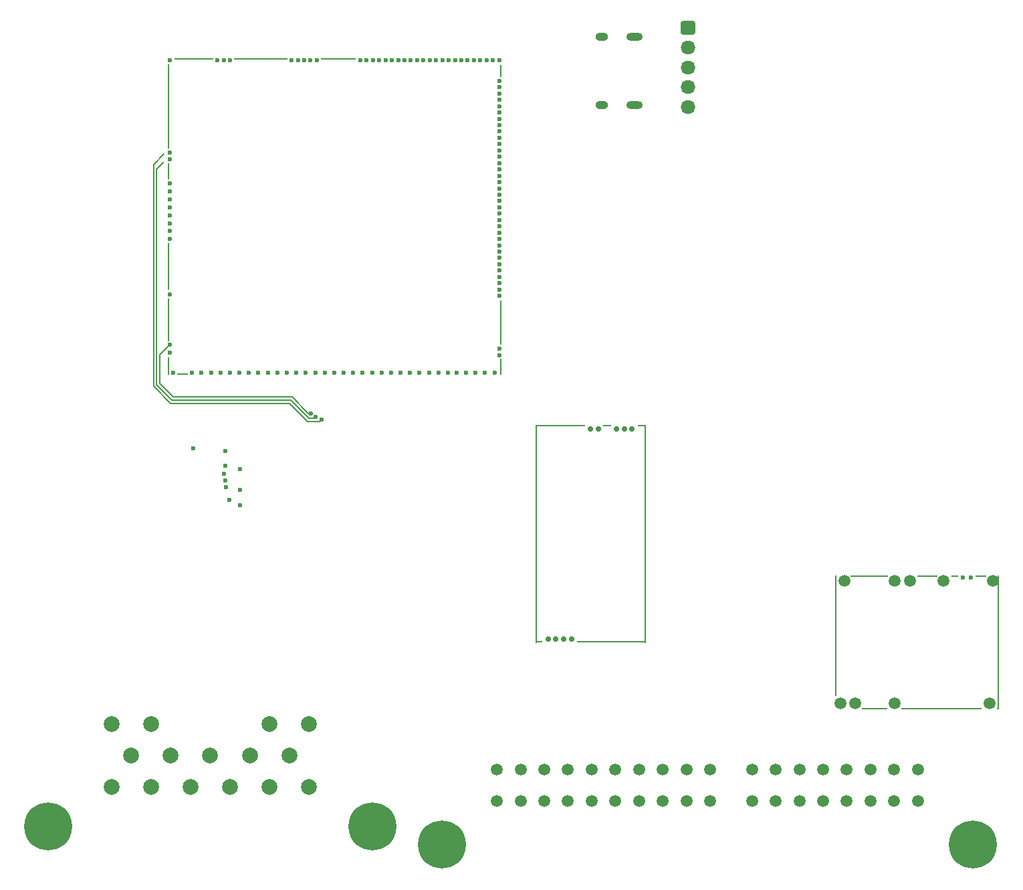
<source format=gbl>
G04 #@! TF.GenerationSoftware,KiCad,Pcbnew,8.0.7-8.0.7-0~ubuntu24.04.1*
G04 #@! TF.CreationDate,2024-12-19T04:57:45+00:00*
G04 #@! TF.ProjectId,z31hellen,7a333168-656c-46c6-956e-2e6b69636164,rev?*
G04 #@! TF.SameCoordinates,Original*
G04 #@! TF.FileFunction,Copper,L4,Bot*
G04 #@! TF.FilePolarity,Positive*
%FSLAX46Y46*%
G04 Gerber Fmt 4.6, Leading zero omitted, Abs format (unit mm)*
G04 Created by KiCad (PCBNEW 8.0.7-8.0.7-0~ubuntu24.04.1) date 2024-12-19 04:57:45*
%MOMM*%
%LPD*%
G01*
G04 APERTURE LIST*
G04 #@! TA.AperFunction,ComponentPad*
%ADD10O,1.850000X1.700000*%
G04 #@! TD*
G04 #@! TA.AperFunction,ComponentPad*
%ADD11C,0.600000*%
G04 #@! TD*
G04 #@! TA.AperFunction,SMDPad,CuDef*
%ADD12R,0.200000X2.300000*%
G04 #@! TD*
G04 #@! TA.AperFunction,SMDPad,CuDef*
%ADD13R,0.200000X10.700000*%
G04 #@! TD*
G04 #@! TA.AperFunction,SMDPad,CuDef*
%ADD14R,0.200000X2.100000*%
G04 #@! TD*
G04 #@! TA.AperFunction,SMDPad,CuDef*
%ADD15R,0.200000X6.000000*%
G04 #@! TD*
G04 #@! TA.AperFunction,SMDPad,CuDef*
%ADD16R,0.200000X5.400000*%
G04 #@! TD*
G04 #@! TA.AperFunction,SMDPad,CuDef*
%ADD17R,1.400000X0.200000*%
G04 #@! TD*
G04 #@! TA.AperFunction,SMDPad,CuDef*
%ADD18R,5.000000X0.200000*%
G04 #@! TD*
G04 #@! TA.AperFunction,SMDPad,CuDef*
%ADD19R,6.800000X0.200000*%
G04 #@! TD*
G04 #@! TA.AperFunction,SMDPad,CuDef*
%ADD20R,4.500000X0.200000*%
G04 #@! TD*
G04 #@! TA.AperFunction,SMDPad,CuDef*
%ADD21R,0.200000X1.600000*%
G04 #@! TD*
G04 #@! TA.AperFunction,SMDPad,CuDef*
%ADD22R,0.200000X5.700000*%
G04 #@! TD*
G04 #@! TA.AperFunction,SMDPad,CuDef*
%ADD23R,0.200000X2.000000*%
G04 #@! TD*
G04 #@! TA.AperFunction,ComponentPad*
%ADD24C,0.700000*%
G04 #@! TD*
G04 #@! TA.AperFunction,SMDPad,CuDef*
%ADD25R,1.100000X0.250000*%
G04 #@! TD*
G04 #@! TA.AperFunction,SMDPad,CuDef*
%ADD26R,0.980000X0.250000*%
G04 #@! TD*
G04 #@! TA.AperFunction,SMDPad,CuDef*
%ADD27R,6.300000X0.250000*%
G04 #@! TD*
G04 #@! TA.AperFunction,SMDPad,CuDef*
%ADD28R,0.250000X27.600000*%
G04 #@! TD*
G04 #@! TA.AperFunction,SMDPad,CuDef*
%ADD29R,8.750000X0.250000*%
G04 #@! TD*
G04 #@! TA.AperFunction,SMDPad,CuDef*
%ADD30R,0.950000X0.250000*%
G04 #@! TD*
G04 #@! TA.AperFunction,ComponentPad*
%ADD31O,2.100000X1.000000*%
G04 #@! TD*
G04 #@! TA.AperFunction,ComponentPad*
%ADD32O,1.600000X1.000000*%
G04 #@! TD*
G04 #@! TA.AperFunction,ComponentPad*
%ADD33C,0.599999*%
G04 #@! TD*
G04 #@! TA.AperFunction,ComponentPad*
%ADD34C,1.500000*%
G04 #@! TD*
G04 #@! TA.AperFunction,SMDPad,CuDef*
%ADD35O,3.300000X0.200000*%
G04 #@! TD*
G04 #@! TA.AperFunction,SMDPad,CuDef*
%ADD36O,10.200000X0.200000*%
G04 #@! TD*
G04 #@! TA.AperFunction,SMDPad,CuDef*
%ADD37O,0.300000X0.200000*%
G04 #@! TD*
G04 #@! TA.AperFunction,SMDPad,CuDef*
%ADD38O,0.200000X17.000000*%
G04 #@! TD*
G04 #@! TA.AperFunction,SMDPad,CuDef*
%ADD39O,0.200000X15.400000*%
G04 #@! TD*
G04 #@! TA.AperFunction,SMDPad,CuDef*
%ADD40O,4.800000X0.200000*%
G04 #@! TD*
G04 #@! TA.AperFunction,SMDPad,CuDef*
%ADD41O,2.600000X0.200000*%
G04 #@! TD*
G04 #@! TA.AperFunction,SMDPad,CuDef*
%ADD42O,1.000000X0.200000*%
G04 #@! TD*
G04 #@! TA.AperFunction,SMDPad,CuDef*
%ADD43O,1.500000X0.200000*%
G04 #@! TD*
G04 #@! TA.AperFunction,ComponentPad*
%ADD44C,2.000000*%
G04 #@! TD*
G04 #@! TA.AperFunction,ComponentPad*
%ADD45C,6.075000*%
G04 #@! TD*
G04 #@! TA.AperFunction,ViaPad*
%ADD46C,0.600000*%
G04 #@! TD*
G04 #@! TA.AperFunction,Conductor*
%ADD47C,0.200000*%
G04 #@! TD*
G04 APERTURE END LIST*
G04 #@! TO.P,J2,1,Pin_1*
G04 #@! TO.N,/MEGA_MCU/VBUS*
G04 #@! TA.AperFunction,ComponentPad*
G36*
G01*
X116175000Y112350000D02*
X117525000Y112350000D01*
G75*
G02*
X117775000Y112100000I0J-250000D01*
G01*
X117775000Y110900000D01*
G75*
G02*
X117525000Y110650000I-250000J0D01*
G01*
X116175000Y110650000D01*
G75*
G02*
X115925000Y110900000I0J250000D01*
G01*
X115925000Y112100000D01*
G75*
G02*
X116175000Y112350000I250000J0D01*
G01*
G37*
G04 #@! TD.AperFunction*
D10*
G04 #@! TO.P,J2,2,Pin_2*
G04 #@! TO.N,/MEGA_MCU/USB-*
X116850000Y109000000D03*
G04 #@! TO.P,J2,3,Pin_3*
G04 #@! TO.N,/MEGA_MCU/USB+*
X116850000Y106500000D03*
G04 #@! TO.P,J2,4,Pin_4*
G04 #@! TO.N,GND*
X116850000Y104000000D03*
G04 #@! TO.P,J2,5,Pin_5*
X116850000Y101500000D03*
G04 #@! TD*
D11*
G04 #@! TO.P,M1,E1,SPI2_SCK/CAN2_TX*
G04 #@! TO.N,unconnected-(M1-SPI2_SCK{slash}CAN2_TX-PadE1)*
X92975001Y104774995D03*
G04 #@! TO.P,M1,E2,SPI2_MISO*
G04 #@! TO.N,unconnected-(M1-SPI2_MISO-PadE2)*
X92975001Y103974994D03*
G04 #@! TO.P,M1,E3,SPI2_MOSI*
G04 #@! TO.N,unconnected-(M1-SPI2_MOSI-PadE3)*
X92975001Y103174996D03*
G04 #@! TO.P,M1,E4,SPI2_CS/CAN2_RX*
G04 #@! TO.N,unconnected-(M1-SPI2_CS{slash}CAN2_RX-PadE4)*
X92975001Y102374995D03*
G04 #@! TO.P,M1,E6,OUT_IO3*
G04 #@! TO.N,Net-(M1-OUT_IO3)*
X92975001Y101574994D03*
G04 #@! TO.P,M1,E7,OUT_IO5*
G04 #@! TO.N,unconnected-(M1-OUT_IO5-PadE7)*
X92974998Y100774996D03*
G04 #@! TO.P,M1,E8,OUT_IO1*
G04 #@! TO.N,/LOWSIDE WEAK/FP_MCU*
X92974998Y99974995D03*
G04 #@! TO.P,M1,E9,OUT_IO6*
G04 #@! TO.N,unconnected-(M1-OUT_IO6-PadE9)*
X92975001Y99174991D03*
G04 #@! TO.P,M1,E10,OUT_IO10*
G04 #@! TO.N,unconnected-(M1-OUT_IO10-PadE10)*
X92975001Y98374995D03*
G04 #@! TO.P,M1,E11,OUT_IO9*
G04 #@! TO.N,unconnected-(M1-OUT_IO9-PadE11)*
X92975001Y97574995D03*
G04 #@! TO.P,M1,E12,OUT_IO2*
G04 #@! TO.N,/LOWSIDE WEAK/MR_MCU(HOT)*
X92975001Y96774994D03*
G04 #@! TO.P,M1,E13,OUT_IO12*
G04 #@! TO.N,unconnected-(M1-OUT_IO12-PadE13)*
X92974998Y95974995D03*
G04 #@! TO.P,M1,E14,OUT_PWM5*
G04 #@! TO.N,unconnected-(M1-OUT_PWM5-PadE14)*
X92974998Y95174994D03*
G04 #@! TO.P,M1,E15,OUT_PWM4*
G04 #@! TO.N,unconnected-(M1-OUT_PWM4-PadE15)*
X92974998Y94374993D03*
G04 #@! TO.P,M1,E16,OUT_PWM3*
G04 #@! TO.N,unconnected-(M1-OUT_PWM3-PadE16)*
X92975001Y93574995D03*
G04 #@! TO.P,M1,E17,OUT_PWM2*
G04 #@! TO.N,unconnected-(M1-OUT_PWM2-PadE17)*
X92975001Y92774994D03*
G04 #@! TO.P,M1,E18,OUT_INJ2*
G04 #@! TO.N,/MEGA_MCU/INJ_MCU_2*
X92975001Y91974996D03*
G04 #@! TO.P,M1,E19,OUT_INJ1*
G04 #@! TO.N,/MEGA_MCU/INJ_MCU_1*
X92974998Y91174995D03*
G04 #@! TO.P,M1,E20,OUT_IO13*
G04 #@! TO.N,unconnected-(M1-OUT_IO13-PadE20)*
X92974998Y90374994D03*
G04 #@! TO.P,M1,E21,OUT_IO4*
G04 #@! TO.N,unconnected-(M1-OUT_IO4-PadE21)*
X92975001Y89574995D03*
G04 #@! TO.P,M1,E22,OUT_IO8*
G04 #@! TO.N,unconnected-(M1-OUT_IO8-PadE22)*
X92975001Y88774994D03*
G04 #@! TO.P,M1,E23,OUT_IO7*
G04 #@! TO.N,unconnected-(M1-OUT_IO7-PadE23)*
X92975001Y87974993D03*
G04 #@! TO.P,M1,E24,OUT_IO11*
G04 #@! TO.N,unconnected-(M1-OUT_IO11-PadE24)*
X92975001Y87174995D03*
G04 #@! TO.P,M1,E25,OUT_PWM7*
G04 #@! TO.N,unconnected-(M1-OUT_PWM7-PadE25)*
X92975001Y86374994D03*
G04 #@! TO.P,M1,E26,OUT_PWM6*
G04 #@! TO.N,unconnected-(M1-OUT_PWM6-PadE26)*
X92975001Y85574996D03*
G04 #@! TO.P,M1,E27,OUT_PWM1*
G04 #@! TO.N,unconnected-(M1-OUT_PWM1-PadE27)*
X92975001Y84774995D03*
G04 #@! TO.P,M1,E28,OUT_PWM8*
G04 #@! TO.N,unconnected-(M1-OUT_PWM8-PadE28)*
X92975001Y83974994D03*
G04 #@! TO.P,M1,E29,OUT_INJ3*
G04 #@! TO.N,/MEGA_MCU/INJ_MCU_3*
X92975001Y83174995D03*
G04 #@! TO.P,M1,E30,OUT_INJ4*
G04 #@! TO.N,/MEGA_MCU/INJ_MCU_4*
X92975001Y82374994D03*
G04 #@! TO.P,M1,E31,OUT_INJ5*
G04 #@! TO.N,/MEGA_MCU/INJ_MCU_5*
X92974998Y81574996D03*
G04 #@! TO.P,M1,E32,OUT_INJ6*
G04 #@! TO.N,/MEGA_MCU/INJ_MCU_6*
X92975001Y80774993D03*
G04 #@! TO.P,M1,E33,OUT_INJ7*
G04 #@! TO.N,unconnected-(M1-OUT_INJ7-PadE33)*
X92975001Y79974994D03*
G04 #@! TO.P,M1,E34,OUT_INJ8*
G04 #@! TO.N,unconnected-(M1-OUT_INJ8-PadE34)*
X92975001Y79174996D03*
G04 #@! TO.P,M1,E35,IO6*
G04 #@! TO.N,unconnected-(M1-IO6-PadE35)*
X92975001Y78374995D03*
G04 #@! TO.P,M1,E36,IO7*
G04 #@! TO.N,unconnected-(M1-IO7-PadE36)*
X92975001Y77574994D03*
G04 #@! TO.P,M1,E38,V5A_SWITCHABLE*
G04 #@! TO.N,unconnected-(M1-V5A_SWITCHABLE-PadE38)*
X92974998Y70875000D03*
G04 #@! TO.P,M1,E39,GNDA*
G04 #@! TO.N,GNDA*
X92975001Y70074999D03*
D12*
G04 #@! TO.P,M1,G,GND*
G04 #@! TO.N,GND*
X51074996Y68724999D03*
D13*
X51074998Y101524997D03*
D14*
X51074998Y93324998D03*
D15*
X51074998Y81274999D03*
D16*
X51074998Y74575002D03*
D17*
X52875005Y67674996D03*
D18*
X54275000Y107574997D03*
D19*
X62775003Y107574997D03*
D20*
X72625006Y107574997D03*
D21*
X93175001Y106074998D03*
D22*
X93175001Y74224995D03*
D23*
X93175001Y68575002D03*
D11*
G04 #@! TO.P,M1,N1,USBID*
G04 #@! TO.N,unconnected-(M1-USBID-PadN1)*
X92975001Y107374998D03*
G04 #@! TO.P,M1,N2,USBM*
G04 #@! TO.N,/MEGA_MCU/USB-*
X92175003Y107375000D03*
G04 #@! TO.P,M1,N3,USBP*
G04 #@! TO.N,/MEGA_MCU/USB+*
X91375002Y107375000D03*
G04 #@! TO.P,M1,N4,VBUS*
G04 #@! TO.N,/MEGA_MCU/VBUS*
X90575003Y107374998D03*
G04 #@! TO.P,M1,N5,BOOT0*
G04 #@! TO.N,unconnected-(M1-BOOT0-PadN5)*
X89775002Y107374998D03*
G04 #@! TO.P,M1,N6,SWO*
G04 #@! TO.N,/MEGA_MCU/SWO*
X88975001Y107374998D03*
G04 #@! TO.P,M1,N7,SWDIO*
G04 #@! TO.N,/MEGA_MCU/SWDIO*
X88175003Y107374998D03*
G04 #@! TO.P,M1,N8,SWCLK*
G04 #@! TO.N,/MEGA_MCU/SWCLK*
X87375002Y107375000D03*
G04 #@! TO.P,M1,N9,nReset*
G04 #@! TO.N,/MEGA_MCU/NRESET*
X86575004Y107374998D03*
G04 #@! TO.P,M1,N10,SPI3_CS*
G04 #@! TO.N,Net-(M1-SPI3_CS)*
X85775003Y107374998D03*
G04 #@! TO.P,M1,N11,SPI3_SCK*
G04 #@! TO.N,Net-(M1-SPI3_SCK)*
X84975002Y107374998D03*
G04 #@! TO.P,M1,N12,SPI3_MISO*
G04 #@! TO.N,Net-(M1-SPI3_MISO)*
X84175001Y107374998D03*
G04 #@! TO.P,M1,N13,SPI3_MOSI*
G04 #@! TO.N,Net-(M1-SPI3_MOSI)*
X83375002Y107374998D03*
G04 #@! TO.P,M1,N14,I2C_SCL*
G04 #@! TO.N,Net-(M1-I2C_SCL)*
X82575001Y107374998D03*
G04 #@! TO.P,M1,N15,I2C_SDA*
G04 #@! TO.N,Net-(M1-I2C_SDA)*
X81775000Y107375000D03*
G04 #@! TO.P,M1,N16,IO1*
G04 #@! TO.N,unconnected-(M1-IO1-PadN16)*
X80975000Y107375000D03*
G04 #@! TO.P,M1,N17,UART2_TX*
G04 #@! TO.N,/MEGA_MCU/UART_TX*
X80175001Y107374998D03*
G04 #@! TO.P,M1,N18,UART2_RX*
G04 #@! TO.N,/MEGA_MCU/UART_RX*
X79375000Y107374998D03*
G04 #@! TO.P,M1,N19,IO2*
G04 #@! TO.N,unconnected-(M1-IO2-PadN19)*
X78575002Y107374998D03*
G04 #@! TO.P,M1,N20,IO4*
G04 #@! TO.N,unconnected-(M1-IO4-PadN20)*
X77775001Y107374998D03*
G04 #@! TO.P,M1,N21,IO3*
G04 #@! TO.N,unconnected-(M1-IO3-PadN21)*
X76975002Y107375000D03*
G04 #@! TO.P,M1,N22,V33*
G04 #@! TO.N,+3.3V*
X76175001Y107374998D03*
G04 #@! TO.P,M1,N23,IO5*
G04 #@! TO.N,unconnected-(M1-IO5-PadN23)*
X75375001Y107374998D03*
G04 #@! TO.P,M1,N24,UART8_RX*
G04 #@! TO.N,Net-(M1-UART8_RX)*
X69875001Y107374998D03*
G04 #@! TO.P,M1,N25,UART8_TX*
G04 #@! TO.N,Net-(M1-UART8_TX)*
X69075000Y107374998D03*
G04 #@! TO.P,M1,N26,IN_VIGN*
G04 #@! TO.N,unconnected-(M1-IN_VIGN-PadN26)*
X68275002Y107374998D03*
G04 #@! TO.P,M1,N27,VBAT*
G04 #@! TO.N,unconnected-(M1-VBAT-PadN27)*
X67475004Y107374998D03*
G04 #@! TO.P,M1,N28,V33_SWITCHABLE*
G04 #@! TO.N,+3.3VA*
X66675005Y107374998D03*
G04 #@! TO.P,M1,N29,OUT_PWR_EN*
G04 #@! TO.N,unconnected-(M1-OUT_PWR_EN-PadN29)*
X58875001Y107374998D03*
G04 #@! TO.P,M1,N30,V5A_SWITCHABLE*
G04 #@! TO.N,unconnected-(M1-V5A_SWITCHABLE-PadN30)*
X58075002Y107374998D03*
G04 #@! TO.P,M1,N31,VCC*
G04 #@! TO.N,+5V*
X57275004Y107374998D03*
G04 #@! TO.P,M1,N32,V33*
G04 #@! TO.N,unconnected-(M1-V33-PadN32)*
X51275000Y107374998D03*
G04 #@! TO.P,M1,S1,IN_D4*
G04 #@! TO.N,unconnected-(M1-IN_D4-PadS1)*
X92375000Y67874993D03*
G04 #@! TO.P,M1,S2,IN_D3*
G04 #@! TO.N,unconnected-(M1-IN_D3-PadS2)*
X91174999Y67874995D03*
G04 #@! TO.P,M1,S3,IN_D2*
G04 #@! TO.N,unconnected-(M1-IN_D2-PadS3)*
X89975002Y67874995D03*
G04 #@! TO.P,M1,S4,IN_D1*
G04 #@! TO.N,unconnected-(M1-IN_D1-PadS4)*
X88775002Y67874993D03*
G04 #@! TO.P,M1,S5,VREF2*
G04 #@! TO.N,unconnected-(M1-VREF2-PadS5)*
X87575002Y67874995D03*
G04 #@! TO.P,M1,S6,IN_SENS4*
G04 #@! TO.N,unconnected-(M1-IN_SENS4-PadS6)*
X86475014Y67874995D03*
G04 #@! TO.P,M1,S7,IN_SENS3*
G04 #@! TO.N,unconnected-(M1-IN_SENS3-PadS7)*
X85275014Y67874995D03*
G04 #@! TO.P,M1,S8,IN_SENS2*
G04 #@! TO.N,unconnected-(M1-IN_SENS2-PadS8)*
X84075016Y67874993D03*
G04 #@! TO.P,M1,S9,IN_SENS1*
G04 #@! TO.N,unconnected-(M1-IN_SENS1-PadS9)*
X82875016Y67874995D03*
G04 #@! TO.P,M1,S10,IN_AUX4*
G04 #@! TO.N,unconnected-(M1-IN_AUX4-PadS10)*
X81675013Y67874995D03*
G04 #@! TO.P,M1,S11,IN_AUX3*
G04 #@! TO.N,unconnected-(M1-IN_AUX3-PadS11)*
X80475011Y67874993D03*
G04 #@! TO.P,M1,S12,IN_AUX2*
G04 #@! TO.N,unconnected-(M1-IN_AUX2-PadS12)*
X79275013Y67874995D03*
G04 #@! TO.P,M1,S13,IN_AUX1*
G04 #@! TO.N,unconnected-(M1-IN_AUX1-PadS13)*
X78075015Y67874995D03*
G04 #@! TO.P,M1,S14,IN_RES2*
G04 #@! TO.N,unconnected-(M1-IN_RES2-PadS14)*
X76875008Y67874995D03*
G04 #@! TO.P,M1,S15,IN_O2S2*
G04 #@! TO.N,unconnected-(M1-IN_O2S2-PadS15)*
X75675008Y67874995D03*
G04 #@! TO.P,M1,S16,IN_O2S*
G04 #@! TO.N,unconnected-(M1-IN_O2S-PadS16)*
X74475010Y67874995D03*
G04 #@! TO.P,M1,S17,IN_RES1*
G04 #@! TO.N,unconnected-(M1-IN_RES1-PadS17)*
X73275010Y67874995D03*
G04 #@! TO.P,M1,S18,IN_RES3*
G04 #@! TO.N,unconnected-(M1-IN_RES3-PadS18)*
X72075005Y67874995D03*
G04 #@! TO.P,M1,S19,IN_MAP3*
G04 #@! TO.N,unconnected-(M1-IN_MAP3-PadS19)*
X70875004Y67874995D03*
G04 #@! TO.P,M1,S20,IN_MAP2*
G04 #@! TO.N,unconnected-(M1-IN_MAP2-PadS20)*
X69675007Y67874993D03*
G04 #@! TO.P,M1,S21,IN_MAP1*
G04 #@! TO.N,unconnected-(M1-IN_MAP1-PadS21)*
X68475007Y67874995D03*
G04 #@! TO.P,M1,S22,IN_CRANK*
G04 #@! TO.N,unconnected-(M1-IN_CRANK-PadS22)*
X67275004Y67874993D03*
G04 #@! TO.P,M1,S23,IN_KNOCK*
G04 #@! TO.N,unconnected-(M1-IN_KNOCK-PadS23)*
X66075004Y67874995D03*
G04 #@! TO.P,M1,S24,IN_CAM*
G04 #@! TO.N,unconnected-(M1-IN_CAM-PadS24)*
X64875009Y67874995D03*
G04 #@! TO.P,M1,S25,IN_VSS*
G04 #@! TO.N,unconnected-(M1-IN_VSS-PadS25)*
X63675006Y67874993D03*
G04 #@! TO.P,M1,S26,IN_IAT*
G04 #@! TO.N,unconnected-(M1-IN_IAT-PadS26)*
X62475001Y67874995D03*
G04 #@! TO.P,M1,S27,IN_AT1*
G04 #@! TO.N,unconnected-(M1-IN_AT1-PadS27)*
X61275001Y67874993D03*
G04 #@! TO.P,M1,S28,IN_CLT*
G04 #@! TO.N,unconnected-(M1-IN_CLT-PadS28)*
X60075003Y67874995D03*
G04 #@! TO.P,M1,S29,IN_AT2*
G04 #@! TO.N,Net-(M1-IN_AT2)*
X58875003Y67874995D03*
G04 #@! TO.P,M1,S30,IN_TPS*
G04 #@! TO.N,unconnected-(M1-IN_TPS-PadS30)*
X57674998Y67874995D03*
G04 #@! TO.P,M1,S31,IN_PPS*
G04 #@! TO.N,unconnected-(M1-IN_PPS-PadS31)*
X56474998Y67874995D03*
G04 #@! TO.P,M1,S32,IN_TPS2*
G04 #@! TO.N,unconnected-(M1-IN_TPS2-PadS32)*
X55275000Y67874995D03*
G04 #@! TO.P,M1,S33,IN_PPS2*
G04 #@! TO.N,unconnected-(M1-IN_PPS2-PadS33)*
X54075000Y67874995D03*
G04 #@! TO.P,M1,S35,VREF1*
G04 #@! TO.N,unconnected-(M1-VREF1-PadS35)*
X51675000Y67874995D03*
G04 #@! TO.P,M1,W1,GNDA*
G04 #@! TO.N,GNDA*
X51274998Y70374998D03*
G04 #@! TO.P,M1,W2,V5A_SWITCHABLE*
G04 #@! TO.N,+5VA*
X51274998Y71374999D03*
G04 #@! TO.P,M1,W3,V33_REF*
G04 #@! TO.N,unconnected-(M1-V33_REF-PadW3)*
X51275000Y77775001D03*
G04 #@! TO.P,M1,W4,IGN8*
G04 #@! TO.N,unconnected-(M1-IGN8-PadW4)*
X51275000Y84774997D03*
G04 #@! TO.P,M1,W5,IGN7*
G04 #@! TO.N,unconnected-(M1-IGN7-PadW5)*
X51275000Y85774998D03*
G04 #@! TO.P,M1,W6,IGN6*
G04 #@! TO.N,unconnected-(M1-IGN6-PadW6)*
X51275000Y86774996D03*
G04 #@! TO.P,M1,W7,IGN5*
G04 #@! TO.N,unconnected-(M1-IGN5-PadW7)*
X51275000Y87774996D03*
G04 #@! TO.P,M1,W8,IGN4*
G04 #@! TO.N,unconnected-(M1-IGN4-PadW8)*
X51275000Y88774997D03*
G04 #@! TO.P,M1,W9,IGN3*
G04 #@! TO.N,unconnected-(M1-IGN3-PadW9)*
X51275000Y89774995D03*
G04 #@! TO.P,M1,W10,IGN2*
G04 #@! TO.N,unconnected-(M1-IGN2-PadW10)*
X51275000Y90774995D03*
G04 #@! TO.P,M1,W11,IGN1*
G04 #@! TO.N,/MEGA_MCU/IGNITION*
X51275000Y91774993D03*
G04 #@! TO.P,M1,W12,CANH*
G04 #@! TO.N,unconnected-(M1-CANH-PadW12)*
X51275000Y94874997D03*
G04 #@! TO.P,M1,W13,CANL*
G04 #@! TO.N,unconnected-(M1-CANL-PadW13)*
X51275000Y95674998D03*
G04 #@! TD*
D24*
G04 #@! TO.P,M3,E1,LSU_Un*
G04 #@! TO.N,unconnected-(M3-LSU_Un-PadE1)*
X99150000Y34150000D03*
G04 #@! TO.P,M3,E2,LSU_Vm*
G04 #@! TO.N,unconnected-(M3-LSU_Vm-PadE2)*
X102150000Y34150000D03*
G04 #@! TO.P,M3,E3,LSU_Ip*
G04 #@! TO.N,unconnected-(M3-LSU_Ip-PadE3)*
X101150000Y34150000D03*
G04 #@! TO.P,M3,E4,LSU_Rtrim*
G04 #@! TO.N,unconnected-(M3-LSU_Rtrim-PadE4)*
X100150000Y34150000D03*
D25*
G04 #@! TO.P,M3,G,GND*
G04 #@! TO.N,GND*
X111000000Y61125000D03*
D26*
X106660000Y61125000D03*
D27*
X100700000Y61125000D03*
D28*
X111425000Y47450000D03*
X97675000Y47450000D03*
D29*
X107175000Y33775000D03*
D30*
X98025000Y33775000D03*
D24*
G04 #@! TO.P,M3,W1,V5_IN*
G04 #@! TO.N,+5VA*
X108800000Y60741200D03*
G04 #@! TO.P,M3,W2,CAN_VIO*
G04 #@! TO.N,unconnected-(M3-CAN_VIO-PadW2)*
X107800000Y60741200D03*
G04 #@! TO.P,M3,W3,CANL*
G04 #@! TO.N,/MEGA_MCU/CANL*
X104504000Y60741200D03*
G04 #@! TO.P,M3,W4,CANH*
G04 #@! TO.N,/MEGA_MCU/CANH*
X105520000Y60741200D03*
G04 #@! TO.P,M3,W9,VDDA*
G04 #@! TO.N,unconnected-(M3-VDDA-PadW9)*
X109800000Y60741200D03*
G04 #@! TD*
D31*
G04 #@! TO.P,J3,S1,SHIELD*
G04 #@! TO.N,GND*
X110105000Y110320000D03*
D32*
X105925000Y110320000D03*
D31*
X110105000Y101680000D03*
D32*
X105925000Y101680000D03*
G04 #@! TD*
D33*
G04 #@! TO.P,M4,V1,IGN8*
G04 #@! TO.N,unconnected-(M4-IGN8-PadV1)*
X58294889Y56063131D03*
G04 #@! TO.P,M4,V2,IGN7*
G04 #@! TO.N,unconnected-(M4-IGN7-PadV2)*
X60129899Y55638123D03*
G04 #@! TO.P,M4,V3,IGN6*
G04 #@! TO.N,/MEGA_MCU/INJ_MCU_6*
X58079891Y55088126D03*
G04 #@! TO.P,M4,V4,IGN5*
G04 #@! TO.N,/MEGA_MCU/INJ_MCU_5*
X58294886Y54213167D03*
G04 #@! TO.P,M4,V5,IGN4*
G04 #@! TO.N,/MEGA_MCU/INJ_MCU_4*
X58369893Y53363144D03*
G04 #@! TO.P,M4,V6,IGN3*
G04 #@! TO.N,/MEGA_MCU/INJ_MCU_3*
X60129899Y53038128D03*
G04 #@! TO.P,M4,V7,IGN2*
G04 #@! TO.N,/MEGA_MCU/INJ_MCU_2*
X58819899Y51738161D03*
G04 #@! TO.P,M4,V8,IGN1*
G04 #@! TO.N,/MEGA_MCU/INJ_MCU_1*
X60129899Y51088144D03*
G04 #@! TO.P,M4,V9,VCC*
G04 #@! TO.N,unconnected-(M4-VCC-PadV9)*
X54204884Y58263147D03*
G04 #@! TO.P,M4,V10,V33*
G04 #@! TO.N,unconnected-(M4-V33-PadV10)*
X58279890Y57963145D03*
G04 #@! TD*
D34*
G04 #@! TO.P,M2,E1,VBAT*
G04 #@! TO.N,/MEGA_MCU/vBat*
X136650000Y41499997D03*
G04 #@! TO.P,M2,E2,V12*
G04 #@! TO.N,unconnected-(M2-V12-PadE2)*
X143049997Y41499997D03*
G04 #@! TO.P,M2,E3,VIGN*
G04 #@! TO.N,/MEGA_MCU/vIGN*
X144950000Y41499997D03*
G04 #@! TO.P,M2,E4,V5*
G04 #@! TO.N,+5V*
X149250000Y41499997D03*
D11*
G04 #@! TO.P,M2,E5,EN_5VP*
G04 #@! TO.N,PWR_EN*
X151649997Y41949996D03*
G04 #@! TO.P,M2,E6,PG_5VP*
G04 #@! TO.N,unconnected-(M2-PG_5VP-PadE6)*
X152649998Y41949996D03*
D35*
G04 #@! TO.P,M2,S1,GND*
G04 #@! TO.N,GND*
X140500000Y25350001D03*
D36*
X148999998Y25350001D03*
D37*
X156100000Y25350001D03*
D38*
X156150000Y33749999D03*
D39*
X135550000Y34550000D03*
D34*
X155500000Y41499997D03*
D37*
X135600000Y42149998D03*
D40*
X139799998Y42149998D03*
D41*
X147150000Y42149998D03*
D42*
X150649997Y42149998D03*
D43*
X153949998Y42149998D03*
D34*
G04 #@! TO.P,M2,V1,V12_PERM*
G04 #@! TO.N,unconnected-(M2-V12_PERM-PadV1)*
X136199998Y26000000D03*
G04 #@! TO.P,M2,V2,IN_VIGN*
G04 #@! TO.N,/12v Switched*
X138049997Y26000000D03*
G04 #@! TO.P,M2,V3,V12_RAW*
G04 #@! TO.N,/Main Relay power*
X143000000Y26000000D03*
G04 #@! TO.P,M2,V4,5VP*
G04 #@! TO.N,+5VP*
X155049998Y26000000D03*
G04 #@! TD*
G04 #@! TO.P,Z1,1,1*
G04 #@! TO.N,unconnected-(Z1-Pad1)*
X92675002Y17624505D03*
G04 #@! TO.P,Z1,2,2*
G04 #@! TO.N,unconnected-(Z1-Pad2)*
X95675002Y17624505D03*
G04 #@! TO.P,Z1,3,3*
G04 #@! TO.N,unconnected-(Z1-Pad3)*
X98675002Y17624505D03*
G04 #@! TO.P,Z1,4,4*
G04 #@! TO.N,unconnected-(Z1-Pad4)*
X101675502Y17624505D03*
G04 #@! TO.P,Z1,5,5*
G04 #@! TO.N,unconnected-(Z1-Pad5)*
X104675002Y17624505D03*
G04 #@! TO.P,Z1,6,6*
G04 #@! TO.N,/LOWSIDE WEAK/MR_OUT(HOT)*
X107675002Y17624505D03*
G04 #@! TO.P,Z1,7,7*
G04 #@! TO.N,unconnected-(Z1-Pad7)*
X110675002Y17624505D03*
G04 #@! TO.P,Z1,8,8*
G04 #@! TO.N,CAM*
X113675502Y17624505D03*
G04 #@! TO.P,Z1,9,9*
G04 #@! TO.N,STARTER POS*
X116675502Y17624505D03*
G04 #@! TO.P,Z1,10,10*
G04 #@! TO.N,CLUTCH*
X119675502Y17624505D03*
G04 #@! TO.P,Z1,11,11*
G04 #@! TO.N,unconnected-(Z1-Pad11)*
X92675002Y13624505D03*
G04 #@! TO.P,Z1,12,12*
G04 #@! TO.N,unconnected-(Z1-Pad12)*
X95675002Y13624505D03*
G04 #@! TO.P,Z1,13,13*
G04 #@! TO.N,unconnected-(Z1-Pad13)*
X98675002Y13624505D03*
G04 #@! TO.P,Z1,14,14*
G04 #@! TO.N,unconnected-(Z1-Pad14)*
X101675502Y13624505D03*
G04 #@! TO.P,Z1,15,15*
G04 #@! TO.N,unconnected-(Z1-Pad15)*
X104675002Y13624505D03*
G04 #@! TO.P,Z1,16,16*
G04 #@! TO.N,unconnected-(Z1-Pad16)*
X107675002Y13624505D03*
G04 #@! TO.P,Z1,17,17*
G04 #@! TO.N,CRANK*
X110675002Y13624505D03*
G04 #@! TO.P,Z1,18,18*
G04 #@! TO.N,unconnected-(Z1-Pad18)*
X113675502Y13624505D03*
G04 #@! TO.P,Z1,19,19*
G04 #@! TO.N,unconnected-(Z1-Pad19)*
X116675502Y13624505D03*
G04 #@! TO.P,Z1,20,20*
G04 #@! TO.N,/FP RELAY*
X119675502Y13624505D03*
G04 #@! TO.P,Z1,21,21*
G04 #@! TO.N,KNOCK*
X124975002Y17624505D03*
G04 #@! TO.P,Z1,22,22*
G04 #@! TO.N,unconnected-(Z1-Pad22)*
X127975502Y17624505D03*
G04 #@! TO.P,Z1,23,23*
G04 #@! TO.N,CLT*
X130975002Y17624505D03*
G04 #@! TO.P,Z1,24,24*
G04 #@! TO.N,unconnected-(Z1-Pad24)*
X133975002Y17624505D03*
G04 #@! TO.P,Z1,25,25*
G04 #@! TO.N,unconnected-(Z1-Pad25)*
X136975502Y17624505D03*
G04 #@! TO.P,Z1,26,26*
G04 #@! TO.N,GND*
X139975502Y17624505D03*
G04 #@! TO.P,Z1,27,27*
G04 #@! TO.N,/Main Relay power*
X142975502Y17624505D03*
G04 #@! TO.P,Z1,28,28*
G04 #@! TO.N,unconnected-(Z1-Pad28)*
X145975502Y17624505D03*
G04 #@! TO.P,Z1,29,29*
G04 #@! TO.N,SPEED*
X124975002Y13624505D03*
G04 #@! TO.P,Z1,30,30*
G04 #@! TO.N,unconnected-(Z1-Pad30)*
X127975502Y13624505D03*
G04 #@! TO.P,Z1,31,31*
G04 #@! TO.N, MAF_VOUT*
X130975002Y13624505D03*
G04 #@! TO.P,Z1,34,34*
G04 #@! TO.N,/12v Switched*
X139975502Y13624505D03*
G04 #@! TO.P,Z1,35,35*
G04 #@! TO.N,/Main Relay power*
X142975502Y13624505D03*
G04 #@! TO.P,Z1,36,36*
G04 #@! TO.N,unconnected-(Z1-Pad36)*
X145975502Y13624505D03*
D44*
G04 #@! TO.P,Z1,101,101*
G04 #@! TO.N,/INJ 1*
X43875002Y15425005D03*
G04 #@! TO.P,Z1,102,102*
G04 #@! TO.N,/INJ 2*
X48875002Y15425005D03*
G04 #@! TO.P,Z1,103,103*
G04 #@! TO.N,/INJ 3*
X53875002Y15425005D03*
G04 #@! TO.P,Z1,104,104*
G04 #@! TO.N,/INJ 4*
X58875002Y15425005D03*
G04 #@! TO.P,Z1,105,105*
G04 #@! TO.N,/INJ 5*
X63875002Y15425005D03*
G04 #@! TO.P,Z1,106,106*
G04 #@! TO.N,/INJ 6*
X68875002Y15425005D03*
G04 #@! TO.P,Z1,107,107*
G04 #@! TO.N,unconnected-(Z1-Pad107)*
X46375002Y19425005D03*
G04 #@! TO.P,Z1,108,108*
G04 #@! TO.N,unconnected-(Z1-Pad108)*
X51375002Y19425005D03*
G04 #@! TO.P,Z1,109,109*
G04 #@! TO.N,unconnected-(Z1-Pad109)*
X56375002Y19425005D03*
G04 #@! TO.P,Z1,112,112*
G04 #@! TO.N,unconnected-(Z1-Pad112)*
X43875002Y23425005D03*
G04 #@! TO.P,Z1,113,113*
G04 #@! TO.N,unconnected-(Z1-Pad113)*
X48875002Y23425005D03*
G04 #@! TO.P,Z1,1002*
G04 #@! TO.N,N/C*
X63875002Y23425005D03*
G04 #@! TO.P,Z1,1003*
X68875002Y23425005D03*
G04 #@! TO.P,Z1,1004,1004*
G04 #@! TO.N,unconnected-(Z1-Pad1004)*
X61375002Y19425005D03*
G04 #@! TO.P,Z1,1005,1005*
G04 #@! TO.N,unconnected-(Z1-Pad1005)*
X66375002Y19425005D03*
D34*
G04 #@! TO.P,Z1,1006,1006*
G04 #@! TO.N,unconnected-(Z1-Pad1006)*
X133975502Y13624505D03*
G04 #@! TO.P,Z1,1007,1007*
G04 #@! TO.N,unconnected-(Z1-Pad1007)*
X136975502Y13624505D03*
D45*
G04 #@! TO.P,Z1,1008*
G04 #@! TO.N,N/C*
X35875002Y10425005D03*
G04 #@! TO.P,Z1,1009*
X76875002Y10425005D03*
G04 #@! TO.P,Z1,10010*
X85725002Y8125005D03*
G04 #@! TO.P,Z1,10011*
X152925002Y8125005D03*
G04 #@! TD*
D46*
G04 #@! TO.N,+5VA*
X69095265Y62700000D03*
G04 #@! TO.N,/MEGA_MCU/CANH*
X69754561Y62246865D03*
G04 #@! TO.N,/MEGA_MCU/CANL*
X70514002Y61900000D03*
G04 #@! TD*
D47*
G04 #@! TO.N,+5VA*
X50000000Y70100001D02*
X51274998Y71374999D01*
X66712422Y64800000D02*
X51700000Y64800000D01*
X51700000Y64800000D02*
X50000000Y66500000D01*
X69095265Y62700000D02*
X68812422Y62700000D01*
X68812422Y62700000D02*
X66712422Y64800000D01*
X50000000Y66500000D02*
X50000000Y70100001D01*
G04 #@! TO.N,/MEGA_MCU/CANH*
X69754561Y62246865D02*
X69607696Y62100000D01*
X51534314Y64400000D02*
X49600000Y66334314D01*
X49600000Y66334314D02*
X49600000Y93600000D01*
X49600000Y93600000D02*
X50500000Y94500000D01*
X69607696Y62100000D02*
X68846736Y62100000D01*
X66546736Y64400000D02*
X51534314Y64400000D01*
X68846736Y62100000D02*
X66546736Y64400000D01*
G04 #@! TO.N,/MEGA_MCU/CANL*
X51368628Y64000000D02*
X49200000Y66168628D01*
X70260867Y61646865D02*
X68734185Y61646865D01*
X68734185Y61646865D02*
X66381050Y64000000D01*
X70514002Y61900000D02*
X70260867Y61646865D01*
X49200000Y66168628D02*
X49200000Y94200000D01*
X66381050Y64000000D02*
X51368628Y64000000D01*
X49200000Y94200000D02*
X50500000Y95500000D01*
G04 #@! TD*
M02*

</source>
